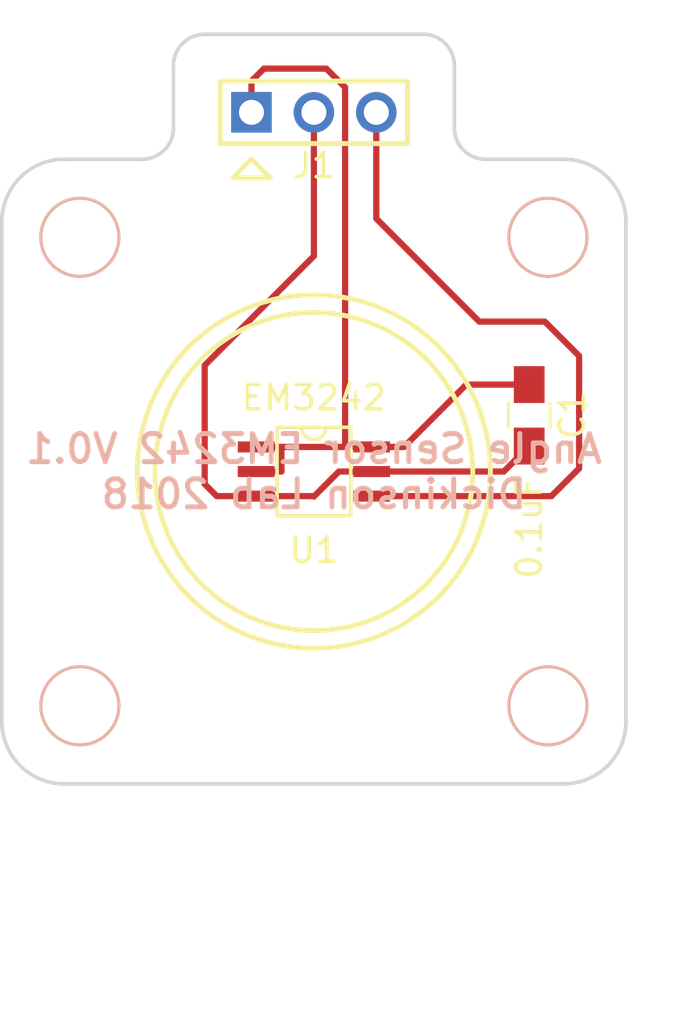
<source format=kicad_pcb>
(kicad_pcb (version 4) (host pcbnew 4.0.7-e2-6376~58~ubuntu16.04.1)

  (general
    (links 8)
    (no_connects 0)
    (area 50.724999 42.18305 79.406448 88.14435)
    (thickness 1.6)
    (drawings 22)
    (tracks 34)
    (zones 0)
    (modules 7)
    (nets 4)
  )

  (page A4)
  (layers
    (0 F.Cu signal)
    (31 B.Cu signal)
    (32 B.Adhes user)
    (33 F.Adhes user)
    (34 B.Paste user)
    (35 F.Paste user)
    (36 B.SilkS user)
    (37 F.SilkS user)
    (38 B.Mask user)
    (39 F.Mask user)
    (40 Dwgs.User user)
    (41 Cmts.User user)
    (42 Eco1.User user)
    (43 Eco2.User user)
    (44 Edge.Cuts user)
    (45 Margin user)
    (46 B.CrtYd user)
    (47 F.CrtYd user)
    (48 B.Fab user)
    (49 F.Fab user)
  )

  (setup
    (last_trace_width 0.254)
    (trace_clearance 0.1524)
    (zone_clearance 0.508)
    (zone_45_only no)
    (trace_min 0.1524)
    (segment_width 0.2)
    (edge_width 0.15)
    (via_size 0.6858)
    (via_drill 0.3302)
    (via_min_size 0.6858)
    (via_min_drill 0.3302)
    (uvia_size 0.6858)
    (uvia_drill 0.3302)
    (uvias_allowed no)
    (uvia_min_size 0)
    (uvia_min_drill 0)
    (pcb_text_width 0.3)
    (pcb_text_size 1.5 1.5)
    (mod_edge_width 0.15)
    (mod_text_size 1 1)
    (mod_text_width 0.15)
    (pad_size 1.524 1.524)
    (pad_drill 0.762)
    (pad_to_mask_clearance 0.2)
    (aux_axis_origin 0 0)
    (visible_elements FFFFFF7F)
    (pcbplotparams
      (layerselection 0x010f0_80000001)
      (usegerberextensions false)
      (excludeedgelayer true)
      (linewidth 0.100000)
      (plotframeref false)
      (viasonmask false)
      (mode 1)
      (useauxorigin false)
      (hpglpennumber 1)
      (hpglpenspeed 20)
      (hpglpendiameter 15)
      (hpglpenoverlay 2)
      (psnegative false)
      (psa4output false)
      (plotreference true)
      (plotvalue true)
      (plotinvisibletext false)
      (padsonsilk false)
      (subtractmaskfromsilk false)
      (outputformat 1)
      (mirror false)
      (drillshape 0)
      (scaleselection 1)
      (outputdirectory gerber_v0p1/))
  )

  (net 0 "")
  (net 1 /GND)
  (net 2 /3V3)
  (net 3 /AOUT)

  (net_class Default "This is the default net class."
    (clearance 0.1524)
    (trace_width 0.254)
    (via_dia 0.6858)
    (via_drill 0.3302)
    (uvia_dia 0.6858)
    (uvia_drill 0.3302)
    (add_net /3V3)
    (add_net /AOUT)
    (add_net /GND)
  )

  (module Capacitors_SMD:C_0805_HandSoldering (layer F.Cu) (tedit 5A592403) (tstamp 5A591DDF)
    (at 72.263 61.214 270)
    (descr "Capacitor SMD 0805, hand soldering")
    (tags "capacitor 0805")
    (path /5A590977)
    (attr smd)
    (fp_text reference C1 (at 0 -1.75 270) (layer F.SilkS)
      (effects (font (size 1 1) (thickness 0.15)))
    )
    (fp_text value 0.1uF (at 4.572 0 270) (layer F.SilkS)
      (effects (font (size 1 1) (thickness 0.15)))
    )
    (fp_text user %R (at 0 -1.75 270) (layer F.Fab)
      (effects (font (size 1 1) (thickness 0.15)))
    )
    (fp_line (start -1 0.62) (end -1 -0.62) (layer F.Fab) (width 0.1))
    (fp_line (start 1 0.62) (end -1 0.62) (layer F.Fab) (width 0.1))
    (fp_line (start 1 -0.62) (end 1 0.62) (layer F.Fab) (width 0.1))
    (fp_line (start -1 -0.62) (end 1 -0.62) (layer F.Fab) (width 0.1))
    (fp_line (start 0.5 -0.85) (end -0.5 -0.85) (layer F.SilkS) (width 0.12))
    (fp_line (start -0.5 0.85) (end 0.5 0.85) (layer F.SilkS) (width 0.12))
    (fp_line (start -2.25 -0.88) (end 2.25 -0.88) (layer F.CrtYd) (width 0.05))
    (fp_line (start -2.25 -0.88) (end -2.25 0.87) (layer F.CrtYd) (width 0.05))
    (fp_line (start 2.25 0.87) (end 2.25 -0.88) (layer F.CrtYd) (width 0.05))
    (fp_line (start 2.25 0.87) (end -2.25 0.87) (layer F.CrtYd) (width 0.05))
    (pad 1 smd rect (at -1.25 0 270) (size 1.5 1.25) (layers F.Cu F.Paste F.Mask)
      (net 1 /GND))
    (pad 2 smd rect (at 1.25 0 270) (size 1.5 1.25) (layers F.Cu F.Paste F.Mask)
      (net 2 /3V3))
    (model Capacitors_SMD.3dshapes/C_0805.wrl
      (at (xyz 0 0 0))
      (scale (xyz 1 1 1))
      (rotate (xyz 0 0 0))
    )
  )

  (module HEADER_3X1:HEADER_3X1 (layer F.Cu) (tedit 5A59295E) (tstamp 5A591DE6)
    (at 63.5 48.895)
    (path /5A590B08)
    (fp_text reference J1 (at 0 2.159) (layer F.SilkS)
      (effects (font (size 1 1) (thickness 0.15)))
    )
    (fp_text value PIN_ARRAY_3X1 (at 0 2.54) (layer F.Fab) hide
      (effects (font (size 1 1) (thickness 0.15)))
    )
    (fp_line (start -3.81 -1.27) (end -3.81 1.27) (layer F.SilkS) (width 0.2032))
    (fp_line (start -3.81 1.27) (end 3.81 1.27) (layer F.SilkS) (width 0.2032))
    (fp_line (start 3.81 1.27) (end 3.81 -1.27) (layer F.SilkS) (width 0.2032))
    (fp_line (start 3.81 -1.27) (end -3.81 -1.27) (layer F.SilkS) (width 0.2032))
    (pad 1 thru_hole rect (at -2.54 0) (size 1.651 1.651) (drill 1.016) (layers *.Cu *.Mask)
      (net 1 /GND))
    (pad 2 thru_hole circle (at 0 0) (size 1.651 1.651) (drill 1.016) (layers *.Cu *.Mask)
      (net 2 /3V3))
    (pad 3 thru_hole circle (at 2.54 0) (size 1.651 1.651) (drill 1.016) (layers *.Cu *.Mask)
      (net 3 /AOUT))
  )

  (module EM3242:EM3242 (layer F.Cu) (tedit 5A592543) (tstamp 5A591DF0)
    (at 63.5 63.5)
    (path /5A5908B4)
    (fp_text reference U1 (at 0 3.2) (layer F.SilkS)
      (effects (font (size 1 1) (thickness 0.15)))
    )
    (fp_text value EM3242 (at 0 -3) (layer F.SilkS)
      (effects (font (size 1 1) (thickness 0.15)))
    )
    (fp_arc (start 0 -1.8) (end 0.5 -1.8) (angle 180) (layer F.SilkS) (width 0.15))
    (fp_line (start 0 -1.8) (end 1.5 -1.8) (layer F.SilkS) (width 0.15))
    (fp_line (start 1.5 -1.8) (end 1.5 1.8) (layer F.SilkS) (width 0.15))
    (fp_line (start 1.5 1.8) (end -1.5 1.8) (layer F.SilkS) (width 0.15))
    (fp_line (start -1.5 1.8) (end -1.5 -1.8) (layer F.SilkS) (width 0.15))
    (fp_line (start -1.5 -1.8) (end 0 -1.8) (layer F.SilkS) (width 0.15))
    (pad 1 smd rect (at -2.35 -1) (size 1.5 0.45) (layers F.Cu F.Paste F.Mask)
      (net 1 /GND))
    (pad 2 smd rect (at -2.35 0) (size 1.5 0.45) (layers F.Cu F.Paste F.Mask)
      (net 1 /GND))
    (pad 3 smd rect (at -2.35 1) (size 1.5 0.45) (layers F.Cu F.Paste F.Mask)
      (net 2 /3V3))
    (pad 4 smd rect (at 2.35 1) (size 1.5 0.45) (layers F.Cu F.Paste F.Mask)
      (net 3 /AOUT))
    (pad 5 smd rect (at 2.35 0) (size 1.5 0.45) (layers F.Cu F.Paste F.Mask)
      (net 2 /3V3))
    (pad 6 smd rect (at 2.35 -1) (size 1.5 0.45) (layers F.Cu F.Paste F.Mask)
      (net 1 /GND))
  )

  (module hole_4-40:MOUNT_HOLE_4_40 (layer F.Cu) (tedit 5A5926C8) (tstamp 5A591EEC)
    (at 53.34 53.34)
    (fp_text reference M1 (at 0 -2.032) (layer F.SilkS) hide
      (effects (font (size 0.254 0.254) (thickness 0.0635)))
    )
    (fp_text value VAL** (at 0 2.032) (layer F.SilkS) hide
      (effects (font (size 0.254 0.254) (thickness 0.0635)))
    )
    (pad "" thru_hole circle (at 0.635 0.635) (size 3.302 3.302) (drill 3.048) (layers *.Cu *.SilkS *.Mask))
  )

  (module hole_4-40:MOUNT_HOLE_4_40 (layer F.Cu) (tedit 5A5926D0) (tstamp 5A591EF2)
    (at 75.057 44.577)
    (fp_text reference M2 (at 0 -2.032) (layer F.SilkS) hide
      (effects (font (size 0.254 0.254) (thickness 0.0635)))
    )
    (fp_text value VAL** (at 0 2.032) (layer F.SilkS) hide
      (effects (font (size 0.254 0.254) (thickness 0.0635)))
    )
    (pad "" thru_hole circle (at -2.032 9.398) (size 3.302 3.302) (drill 3.048) (layers *.Cu *.SilkS *.Mask))
  )

  (module hole_4-40:MOUNT_HOLE_4_40 (layer F.Cu) (tedit 5A5926D9) (tstamp 5A591EF5)
    (at 78.74 85.725)
    (fp_text reference M3 (at 0 -2.032) (layer F.SilkS) hide
      (effects (font (size 0.254 0.254) (thickness 0.0635)))
    )
    (fp_text value VAL** (at 0 2.032) (layer F.SilkS) hide
      (effects (font (size 0.254 0.254) (thickness 0.0635)))
    )
    (pad "" thru_hole circle (at -5.715 -12.7) (size 3.302 3.302) (drill 3.048) (layers *.Cu *.SilkS *.Mask))
  )

  (module hole_4-40:MOUNT_HOLE_4_40 (layer F.Cu) (tedit 5A5926E3) (tstamp 5A591EFB)
    (at 52.324 85.09)
    (fp_text reference M4 (at 0 -2.032) (layer F.SilkS) hide
      (effects (font (size 0.254 0.254) (thickness 0.0635)))
    )
    (fp_text value VAL** (at 0 2.032) (layer F.SilkS) hide
      (effects (font (size 0.254 0.254) (thickness 0.0635)))
    )
    (pad "" thru_hole circle (at 1.651 -12.065) (size 3.302 3.302) (drill 3.048) (layers *.Cu *.SilkS *.Mask))
  )

  (gr_line (start 61.722 51.562) (end 60.198 51.562) (angle 90) (layer F.SilkS) (width 0.2))
  (gr_line (start 60.96 50.8) (end 61.722 51.562) (angle 90) (layer F.SilkS) (width 0.2))
  (gr_line (start 60.96 50.8) (end 60.198 51.562) (angle 90) (layer F.SilkS) (width 0.2))
  (gr_line (start 73.66 50.8) (end 70.485 50.8) (angle 90) (layer Edge.Cuts) (width 0.15))
  (gr_line (start 69.215 46.99) (end 69.215 49.53) (angle 90) (layer Edge.Cuts) (width 0.15))
  (gr_line (start 59.055 45.72) (end 67.945 45.72) (angle 90) (layer Edge.Cuts) (width 0.15))
  (gr_line (start 57.785 49.53) (end 57.785 46.99) (angle 90) (layer Edge.Cuts) (width 0.15))
  (gr_line (start 53.34 50.8) (end 56.515 50.8) (angle 90) (layer Edge.Cuts) (width 0.15))
  (gr_arc (start 56.515 49.53) (end 57.785 49.53) (angle 90) (layer Edge.Cuts) (width 0.15))
  (gr_arc (start 70.485 49.53) (end 70.485 50.8) (angle 90) (layer Edge.Cuts) (width 0.15))
  (gr_arc (start 67.945 46.99) (end 67.945 45.72) (angle 90) (layer Edge.Cuts) (width 0.15))
  (gr_arc (start 59.055 46.99) (end 57.785 46.99) (angle 90) (layer Edge.Cuts) (width 0.15))
  (gr_text "Angle Sensor EM3242 V0.1\nDickinson Lab 2018" (at 63.5 63.5) (layer B.SilkS)
    (effects (font (size 1.143 1.143) (thickness 0.2032)) (justify mirror))
  )
  (gr_circle (center 63.5 63.5) (end 68.072 68.072) (layer F.SilkS) (width 0.2))
  (gr_circle (center 63.5 63.5) (end 68.58 68.58) (layer F.SilkS) (width 0.2))
  (gr_line (start 50.8 73.66) (end 50.8 53.34) (angle 90) (layer Edge.Cuts) (width 0.15))
  (gr_line (start 73.66 76.2) (end 53.34 76.2) (angle 90) (layer Edge.Cuts) (width 0.15))
  (gr_line (start 76.2 53.34) (end 76.2 73.66) (angle 90) (layer Edge.Cuts) (width 0.15))
  (gr_arc (start 53.34 73.66) (end 53.34 76.2) (angle 90) (layer Edge.Cuts) (width 0.15))
  (gr_arc (start 73.66 73.66) (end 76.2 73.66) (angle 90) (layer Edge.Cuts) (width 0.15))
  (gr_arc (start 53.34 53.34) (end 50.8 53.34) (angle 90) (layer Edge.Cuts) (width 0.15))
  (gr_arc (start 73.66 53.34) (end 73.66 50.8) (angle 90) (layer Edge.Cuts) (width 0.15))

  (segment (start 60.96 48.895) (end 60.96 47.625) (width 0.254) (layer F.Cu) (net 1))
  (segment (start 64.77 47.879) (end 64.77 62.5) (width 0.254) (layer F.Cu) (net 1) (tstamp 5A592B28))
  (segment (start 64.008 47.117) (end 64.77 47.879) (width 0.254) (layer F.Cu) (net 1) (tstamp 5A592B25))
  (segment (start 61.468 47.117) (end 64.008 47.117) (width 0.254) (layer F.Cu) (net 1) (tstamp 5A592B23))
  (segment (start 60.96 47.625) (end 61.468 47.117) (width 0.254) (layer F.Cu) (net 1) (tstamp 5A592B22))
  (segment (start 64.77 62.5) (end 64.77 62.484) (width 0.254) (layer F.Cu) (net 1) (tstamp 5A592B2C))
  (segment (start 64.77 62.484) (end 64.77 62.5) (width 0.254) (layer F.Cu) (net 1) (tstamp 5A592B33))
  (segment (start 72.263 59.964) (end 69.703 59.964) (width 0.254) (layer F.Cu) (net 1))
  (segment (start 67.167 62.5) (end 65.85 62.5) (width 0.254) (layer F.Cu) (net 1) (tstamp 5A592AA1))
  (segment (start 69.703 59.964) (end 67.167 62.5) (width 0.254) (layer F.Cu) (net 1) (tstamp 5A592A9E))
  (segment (start 62.1797 63.5) (end 62.1797 62.5) (width 0.254) (layer F.Cu) (net 1))
  (segment (start 61.15 63.5) (end 62.1797 63.5) (width 0.254) (layer F.Cu) (net 1))
  (segment (start 61.15 62.5) (end 62.1797 62.5) (width 0.254) (layer F.Cu) (net 1))
  (segment (start 65.85 62.5) (end 64.77 62.5) (width 0.254) (layer F.Cu) (net 1))
  (segment (start 64.77 62.5) (end 64.6057 62.5) (width 0.254) (layer F.Cu) (net 1) (tstamp 5A592B34))
  (segment (start 64.6057 62.5) (end 62.1797 62.5) (width 0.254) (layer F.Cu) (net 1))
  (segment (start 65.85 63.5) (end 71.227 63.5) (width 0.254) (layer F.Cu) (net 2))
  (segment (start 71.227 63.5) (end 72.263 62.464) (width 0.254) (layer F.Cu) (net 2) (tstamp 5A592A99))
  (segment (start 65.85 63.5) (end 64.516 63.5) (width 0.254) (layer F.Cu) (net 2))
  (segment (start 64.516 63.5) (end 63.5 64.516) (width 0.254) (layer F.Cu) (net 2) (tstamp 5A592A7D))
  (segment (start 63.5 64.516) (end 63.484 64.5) (width 0.254) (layer F.Cu) (net 2) (tstamp 5A592A82))
  (segment (start 61.15 64.5) (end 59.547 64.5) (width 0.254) (layer F.Cu) (net 2))
  (segment (start 63.5 54.737) (end 63.5 48.895) (width 0.254) (layer F.Cu) (net 2) (tstamp 5A592A1F))
  (segment (start 59.055 59.182) (end 63.5 54.737) (width 0.254) (layer F.Cu) (net 2) (tstamp 5A592A1B))
  (segment (start 59.055 64.008) (end 59.055 59.182) (width 0.254) (layer F.Cu) (net 2) (tstamp 5A592A18))
  (segment (start 59.547 64.5) (end 59.055 64.008) (width 0.254) (layer F.Cu) (net 2) (tstamp 5A592A17))
  (segment (start 63.484 64.5) (end 61.15 64.5) (width 0.254) (layer F.Cu) (net 2) (tstamp 5A592A3F))
  (segment (start 65.85 64.5) (end 73.168 64.5) (width 0.254) (layer F.Cu) (net 3))
  (segment (start 66.04 53.213) (end 66.04 48.895) (width 0.254) (layer F.Cu) (net 3) (tstamp 5A592AB6))
  (segment (start 70.231 57.404) (end 66.04 53.213) (width 0.254) (layer F.Cu) (net 3) (tstamp 5A592AB4))
  (segment (start 72.898 57.404) (end 70.231 57.404) (width 0.254) (layer F.Cu) (net 3) (tstamp 5A592AB2))
  (segment (start 74.295 58.801) (end 72.898 57.404) (width 0.254) (layer F.Cu) (net 3) (tstamp 5A592AB1))
  (segment (start 74.295 63.373) (end 74.295 58.801) (width 0.254) (layer F.Cu) (net 3) (tstamp 5A592AAE))
  (segment (start 73.168 64.5) (end 74.295 63.373) (width 0.254) (layer F.Cu) (net 3) (tstamp 5A592AAD))

)

</source>
